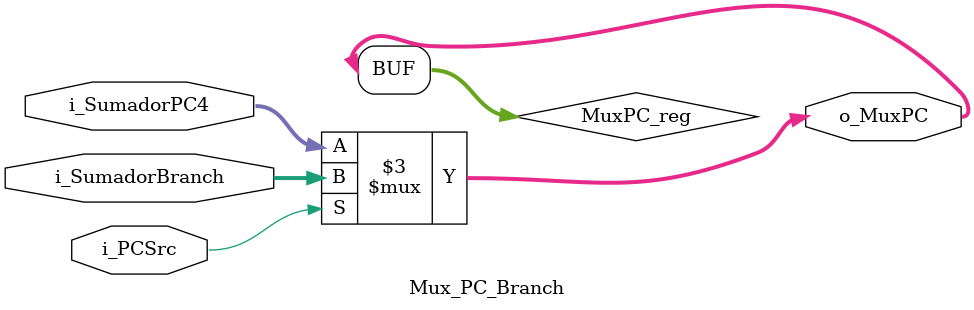
<source format=v>
`timescale 1ns / 1ps
module Mux_PC_Branch
    #(
        parameter NBITS = 32
    )
    (
        input   wire                        i_PCSrc         ,
        input   wire    [NBITS-1      :0]   i_SumadorBranch ,
        input   wire    [NBITS-1      :0]   i_SumadorPC4    ,
        output  wire    [NBITS-1      :0]   o_MuxPC                 
    );
    
    reg [NBITS-1  :0]       MuxPC_reg   ;    
    assign  o_MuxPC   =     MuxPC_reg   ;
    
    always @(*)
    begin
        if(i_PCSrc)
            MuxPC_reg   <=  i_SumadorBranch ;
        else
            MuxPC_reg   <=  i_SumadorPC4    ;
    end   
endmodule

</source>
